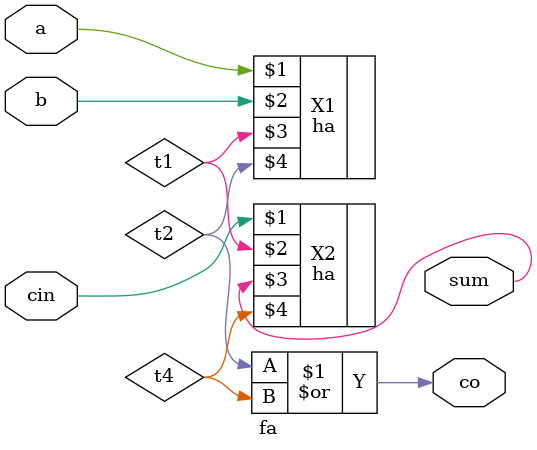
<source format=v>
`timescale 1ns / 1ps
module fa(a,b,cin,sum,co);
input a,b,cin;
output sum,co; 
wire t1,t2,t3;
ha X1(a,b,t1,t2);
ha X2(cin,t1,sum,t4);
assign co = t2 | t4;
endmodule

</source>
